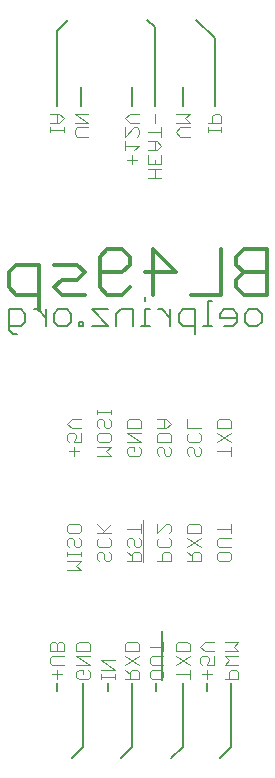
<source format=gbr>
G04 EAGLE Gerber RS-274X export*
G75*
%MOMM*%
%FSLAX34Y34*%
%LPD*%
%INSilkscreen Bottom*%
%IPPOS*%
%AMOC8*
5,1,8,0,0,1.08239X$1,22.5*%
G01*
%ADD10C,0.330200*%
%ADD11C,0.101600*%
%ADD12C,0.177800*%
%ADD13C,0.127000*%
%ADD14C,0.203200*%


D10*
X237945Y420751D02*
X237945Y459392D01*
X218624Y459392D01*
X212184Y452952D01*
X212184Y446512D01*
X218624Y440072D01*
X212184Y433631D01*
X212184Y427191D01*
X218624Y420751D01*
X237945Y420751D01*
X237945Y440072D02*
X218624Y440072D01*
X199354Y459392D02*
X199354Y420751D01*
X173594Y420751D01*
X141444Y420751D02*
X141444Y459392D01*
X160764Y440072D01*
X135004Y440072D01*
X122174Y427191D02*
X115734Y420751D01*
X102854Y420751D01*
X96413Y427191D01*
X96413Y452952D01*
X102854Y459392D01*
X115734Y459392D01*
X122174Y452952D01*
X122174Y446512D01*
X115734Y440072D01*
X96413Y440072D01*
X83584Y420751D02*
X64263Y420751D01*
X57823Y427191D01*
X64263Y433631D01*
X77144Y433631D01*
X83584Y440072D01*
X77144Y446512D01*
X57823Y446512D01*
X44994Y446512D02*
X44994Y407871D01*
X44994Y446512D02*
X25673Y446512D01*
X19233Y440072D01*
X19233Y427191D01*
X25673Y420751D01*
X44994Y420751D01*
D11*
X54483Y558868D02*
X54483Y562766D01*
X54483Y560817D02*
X66177Y560817D01*
X66177Y558868D02*
X66177Y562766D01*
X62279Y566664D02*
X54483Y566664D01*
X62279Y566664D02*
X66177Y570562D01*
X62279Y574460D01*
X54483Y574460D01*
X60330Y574460D02*
X60330Y566664D01*
X123830Y539378D02*
X123830Y531582D01*
X127728Y535480D02*
X119932Y535480D01*
X125779Y543276D02*
X129677Y547174D01*
X117983Y547174D01*
X117983Y543276D02*
X117983Y551072D01*
X117983Y554970D02*
X117983Y562766D01*
X117983Y554970D02*
X125779Y562766D01*
X127728Y562766D01*
X129677Y560817D01*
X129677Y556919D01*
X127728Y554970D01*
X129677Y566664D02*
X121881Y566664D01*
X117983Y570562D01*
X121881Y574460D01*
X129677Y574460D01*
X187833Y562766D02*
X187833Y558868D01*
X187833Y560817D02*
X199527Y560817D01*
X199527Y558868D02*
X199527Y562766D01*
X199527Y566664D02*
X187833Y566664D01*
X199527Y566664D02*
X199527Y572511D01*
X197578Y574460D01*
X193680Y574460D01*
X191731Y572511D01*
X191731Y566664D01*
X86814Y554970D02*
X77069Y554970D01*
X75121Y556919D01*
X75121Y560817D01*
X77069Y562766D01*
X86814Y562766D01*
X86814Y566664D02*
X75121Y566664D01*
X75121Y574460D02*
X86814Y566664D01*
X86814Y574460D02*
X75121Y574460D01*
X137033Y519888D02*
X148727Y519888D01*
X142880Y519888D02*
X142880Y527684D01*
X148727Y527684D02*
X137033Y527684D01*
X148727Y531582D02*
X148727Y539378D01*
X148727Y531582D02*
X137033Y531582D01*
X137033Y539378D01*
X142880Y535480D02*
X142880Y531582D01*
X144829Y543276D02*
X137033Y543276D01*
X144829Y543276D02*
X148727Y547174D01*
X144829Y551072D01*
X137033Y551072D01*
X142880Y551072D02*
X142880Y543276D01*
X137033Y558868D02*
X148727Y558868D01*
X148727Y554970D02*
X148727Y562766D01*
X142880Y566664D02*
X142880Y574460D01*
X164743Y554970D02*
X172539Y554970D01*
X164743Y554970D02*
X160846Y558868D01*
X164743Y562766D01*
X172539Y562766D01*
X172539Y566664D02*
X160846Y566664D01*
X168641Y570562D02*
X172539Y566664D01*
X168641Y570562D02*
X172539Y574460D01*
X160846Y574460D01*
D12*
X222894Y394589D02*
X229928Y394589D01*
X222894Y394589D02*
X219378Y398106D01*
X219378Y405139D01*
X222894Y408656D01*
X229928Y408656D01*
X233444Y405139D01*
X233444Y398106D01*
X229928Y394589D01*
X208878Y394589D02*
X201845Y394589D01*
X208878Y394589D02*
X212395Y398106D01*
X212395Y405139D01*
X208878Y408656D01*
X201845Y408656D01*
X198328Y405139D01*
X198328Y401622D01*
X212395Y401622D01*
X191346Y415689D02*
X187829Y415689D01*
X187829Y394589D01*
X184313Y394589D02*
X191346Y394589D01*
X177313Y387556D02*
X177313Y408656D01*
X166763Y408656D01*
X163246Y405139D01*
X163246Y398106D01*
X166763Y394589D01*
X177313Y394589D01*
X156264Y394589D02*
X156264Y408656D01*
X149231Y408656D02*
X156264Y401622D01*
X149231Y408656D02*
X145714Y408656D01*
X138723Y408656D02*
X135206Y408656D01*
X135206Y394589D01*
X131690Y394589D02*
X138723Y394589D01*
X135206Y415689D02*
X135206Y419206D01*
X124690Y408656D02*
X124690Y394589D01*
X124690Y408656D02*
X114140Y408656D01*
X110623Y405139D01*
X110623Y394589D01*
X103641Y408656D02*
X89574Y408656D01*
X103641Y394589D01*
X89574Y394589D01*
X82592Y394589D02*
X82592Y398106D01*
X79075Y398106D01*
X79075Y394589D01*
X82592Y394589D01*
X68551Y394589D02*
X61517Y394589D01*
X58001Y398106D01*
X58001Y405139D01*
X61517Y408656D01*
X68551Y408656D01*
X72067Y405139D01*
X72067Y398106D01*
X68551Y394589D01*
X51018Y394589D02*
X51018Y408656D01*
X43985Y408656D02*
X51018Y401622D01*
X43985Y408656D02*
X40468Y408656D01*
X26444Y387556D02*
X22927Y387556D01*
X19410Y391072D01*
X19410Y408656D01*
X29960Y408656D01*
X33477Y405139D01*
X33477Y398106D01*
X29960Y394589D01*
X19410Y394589D01*
D11*
X160846Y99656D02*
X172539Y99656D01*
X172539Y95758D02*
X172539Y103554D01*
X172539Y107452D02*
X160846Y115248D01*
X160846Y107452D02*
X172539Y115248D01*
X172539Y119146D02*
X160846Y119146D01*
X160846Y124993D01*
X162794Y126942D01*
X170590Y126942D01*
X172539Y124993D01*
X172539Y119146D01*
X129677Y95758D02*
X117983Y95758D01*
X129677Y95758D02*
X129677Y101605D01*
X127728Y103554D01*
X123830Y103554D01*
X121881Y101605D01*
X121881Y95758D01*
X121881Y99656D02*
X117983Y103554D01*
X117983Y115248D02*
X129677Y107452D01*
X129677Y115248D02*
X117983Y107452D01*
X117983Y119146D02*
X129677Y119146D01*
X117983Y119146D02*
X117983Y124993D01*
X119932Y126942D01*
X127728Y126942D01*
X129677Y124993D01*
X129677Y119146D01*
X88402Y101605D02*
X86453Y103554D01*
X88402Y101605D02*
X88402Y97707D01*
X86453Y95758D01*
X78657Y95758D01*
X76708Y97707D01*
X76708Y101605D01*
X78657Y103554D01*
X82555Y103554D01*
X82555Y99656D01*
X76708Y107452D02*
X88402Y107452D01*
X76708Y115248D01*
X88402Y115248D01*
X88402Y119146D02*
X76708Y119146D01*
X76708Y124993D01*
X78657Y126942D01*
X86453Y126942D01*
X88402Y124993D01*
X88402Y119146D01*
X150314Y101605D02*
X150314Y97707D01*
X148365Y95758D01*
X140569Y95758D01*
X138621Y97707D01*
X138621Y101605D01*
X140569Y103554D01*
X148365Y103554D01*
X150314Y101605D01*
X150314Y107452D02*
X140569Y107452D01*
X138621Y109401D01*
X138621Y113299D01*
X140569Y115248D01*
X150314Y115248D01*
X150314Y123044D02*
X138621Y123044D01*
X150314Y119146D02*
X150314Y126942D01*
X97346Y99656D02*
X97346Y95758D01*
X97346Y97707D02*
X109039Y97707D01*
X109039Y95758D02*
X109039Y99656D01*
X109039Y103554D02*
X97346Y103554D01*
X97346Y111350D02*
X109039Y103554D01*
X109039Y111350D02*
X97346Y111350D01*
X60330Y103554D02*
X60330Y95758D01*
X64228Y99656D02*
X56432Y99656D01*
X56432Y107452D02*
X66177Y107452D01*
X56432Y107452D02*
X54483Y109401D01*
X54483Y113299D01*
X56432Y115248D01*
X66177Y115248D01*
X66177Y119146D02*
X54483Y119146D01*
X66177Y119146D02*
X66177Y124993D01*
X64228Y126942D01*
X62279Y126942D01*
X60330Y124993D01*
X58381Y126942D01*
X56432Y126942D01*
X54483Y124993D01*
X54483Y119146D01*
X60330Y119146D02*
X60330Y124993D01*
D13*
X149225Y136525D02*
X149225Y95250D01*
D11*
X187330Y95758D02*
X187330Y103554D01*
X191228Y99656D02*
X183432Y99656D01*
X193177Y107452D02*
X193177Y115248D01*
X193177Y107452D02*
X187330Y107452D01*
X189279Y111350D01*
X189279Y113299D01*
X187330Y115248D01*
X183432Y115248D01*
X181483Y113299D01*
X181483Y109401D01*
X183432Y107452D01*
X185381Y119146D02*
X193177Y119146D01*
X185381Y119146D02*
X181483Y123044D01*
X185381Y126942D01*
X193177Y126942D01*
D14*
X82550Y92075D02*
X82550Y38100D01*
X73025Y28575D01*
X60325Y85725D02*
X60325Y92075D01*
X103188Y92075D02*
X103188Y85725D01*
X123825Y92075D02*
X123825Y38100D01*
X114300Y28575D01*
X144463Y85725D02*
X144463Y92075D01*
X166688Y92075D02*
X166688Y38100D01*
X157163Y28575D01*
X187325Y85725D02*
X187325Y92075D01*
X60325Y581025D02*
X60325Y644525D01*
X69850Y654050D01*
X123825Y596900D02*
X123825Y581025D01*
X142875Y581025D02*
X142875Y647700D01*
X136525Y654050D01*
X193675Y638175D02*
X193675Y581025D01*
X193675Y638175D02*
X177800Y654050D01*
X80963Y596900D02*
X80963Y581025D01*
X166688Y581025D02*
X166688Y596900D01*
D11*
X202121Y95758D02*
X213814Y95758D01*
X213814Y101605D01*
X211865Y103554D01*
X207967Y103554D01*
X206018Y101605D01*
X206018Y95758D01*
X202121Y107452D02*
X213814Y107452D01*
X206018Y111350D02*
X202121Y107452D01*
X206018Y111350D02*
X202121Y115248D01*
X213814Y115248D01*
X213814Y119146D02*
X202121Y119146D01*
X209916Y123044D02*
X213814Y119146D01*
X209916Y123044D02*
X213814Y126942D01*
X202121Y126942D01*
D14*
X207963Y38100D02*
X198438Y28575D01*
X207963Y38100D02*
X207963Y92075D01*
D11*
X80464Y187818D02*
X68771Y187818D01*
X76566Y191716D02*
X80464Y187818D01*
X76566Y191716D02*
X80464Y195614D01*
X68771Y195614D01*
X68771Y199512D02*
X68771Y203409D01*
X68771Y201460D02*
X80464Y201460D01*
X80464Y199512D02*
X80464Y203409D01*
X80464Y213154D02*
X78515Y215103D01*
X80464Y213154D02*
X80464Y209256D01*
X78515Y207307D01*
X76566Y207307D01*
X74617Y209256D01*
X74617Y213154D01*
X72668Y215103D01*
X70719Y215103D01*
X68771Y213154D01*
X68771Y209256D01*
X70719Y207307D01*
X80464Y220950D02*
X80464Y224848D01*
X80464Y220950D02*
X78515Y219001D01*
X70719Y219001D01*
X68771Y220950D01*
X68771Y224848D01*
X70719Y226797D01*
X78515Y226797D01*
X80464Y224848D01*
X103915Y203410D02*
X105864Y201461D01*
X105864Y197563D01*
X103915Y195614D01*
X101966Y195614D01*
X100017Y197563D01*
X100017Y201461D01*
X98068Y203410D01*
X96119Y203410D01*
X94171Y201461D01*
X94171Y197563D01*
X96119Y195614D01*
X105864Y213154D02*
X103915Y215103D01*
X105864Y213154D02*
X105864Y209256D01*
X103915Y207308D01*
X96119Y207308D01*
X94171Y209256D01*
X94171Y213154D01*
X96119Y215103D01*
X94171Y219001D02*
X105864Y219001D01*
X98068Y219001D02*
X105864Y226797D01*
X100017Y220950D02*
X94171Y226797D01*
X133287Y230188D02*
X133287Y195106D01*
X131264Y195614D02*
X119571Y195614D01*
X131264Y195614D02*
X131264Y201461D01*
X129315Y203410D01*
X125417Y203410D01*
X123468Y201461D01*
X123468Y195614D01*
X123468Y199512D02*
X119571Y203410D01*
X129315Y215103D02*
X131264Y213154D01*
X131264Y209256D01*
X129315Y207308D01*
X127366Y207308D01*
X125417Y209256D01*
X125417Y213154D01*
X123468Y215103D01*
X121519Y215103D01*
X119571Y213154D01*
X119571Y209256D01*
X121519Y207308D01*
X119571Y222899D02*
X131264Y222899D01*
X131264Y219001D02*
X131264Y226797D01*
X144971Y195614D02*
X156664Y195614D01*
X156664Y201461D01*
X154715Y203410D01*
X150817Y203410D01*
X148868Y201461D01*
X148868Y195614D01*
X156664Y213154D02*
X154715Y215103D01*
X156664Y213154D02*
X156664Y209256D01*
X154715Y207308D01*
X146919Y207308D01*
X144971Y209256D01*
X144971Y213154D01*
X146919Y215103D01*
X144971Y219001D02*
X144971Y226797D01*
X152766Y226797D02*
X144971Y219001D01*
X152766Y226797D02*
X154715Y226797D01*
X156664Y224848D01*
X156664Y220950D01*
X154715Y219001D01*
X170371Y195614D02*
X182064Y195614D01*
X182064Y201461D01*
X180115Y203410D01*
X176217Y203410D01*
X174268Y201461D01*
X174268Y195614D01*
X174268Y199512D02*
X170371Y203410D01*
X170371Y215103D02*
X182064Y207308D01*
X182064Y215103D02*
X170371Y207308D01*
X170371Y219001D02*
X182064Y219001D01*
X170371Y219001D02*
X170371Y224848D01*
X172319Y226797D01*
X180115Y226797D01*
X182064Y224848D01*
X182064Y219001D01*
X207464Y201461D02*
X207464Y197563D01*
X205515Y195614D01*
X197719Y195614D01*
X195771Y197563D01*
X195771Y201461D01*
X197719Y203410D01*
X205515Y203410D01*
X207464Y201461D01*
X207464Y207308D02*
X197719Y207308D01*
X195771Y209256D01*
X195771Y213154D01*
X197719Y215103D01*
X207464Y215103D01*
X207464Y222899D02*
X195771Y222899D01*
X207464Y219001D02*
X207464Y226797D01*
X74617Y284671D02*
X74617Y292466D01*
X78515Y288568D02*
X70719Y288568D01*
X80464Y296364D02*
X80464Y304160D01*
X80464Y296364D02*
X74617Y296364D01*
X76566Y300262D01*
X76566Y302211D01*
X74617Y304160D01*
X70719Y304160D01*
X68771Y302211D01*
X68771Y298313D01*
X70719Y296364D01*
X72668Y308058D02*
X80464Y308058D01*
X72668Y308058D02*
X68771Y311956D01*
X72668Y315854D01*
X80464Y315854D01*
X94171Y284671D02*
X105864Y284671D01*
X101966Y288568D01*
X105864Y292466D01*
X94171Y292466D01*
X105864Y298313D02*
X105864Y302211D01*
X105864Y298313D02*
X103915Y296364D01*
X96119Y296364D01*
X94171Y298313D01*
X94171Y302211D01*
X96119Y304160D01*
X103915Y304160D01*
X105864Y302211D01*
X105864Y313905D02*
X103915Y315854D01*
X105864Y313905D02*
X105864Y310007D01*
X103915Y308058D01*
X101966Y308058D01*
X100017Y310007D01*
X100017Y313905D01*
X98068Y315854D01*
X96119Y315854D01*
X94171Y313905D01*
X94171Y310007D01*
X96119Y308058D01*
X94171Y319752D02*
X94171Y323650D01*
X94171Y321701D02*
X105864Y321701D01*
X105864Y319752D02*
X105864Y323650D01*
X129315Y292466D02*
X131264Y290517D01*
X131264Y286619D01*
X129315Y284671D01*
X121519Y284671D01*
X119571Y286619D01*
X119571Y290517D01*
X121519Y292466D01*
X125417Y292466D01*
X125417Y288568D01*
X119571Y296364D02*
X131264Y296364D01*
X119571Y304160D01*
X131264Y304160D01*
X131264Y308058D02*
X119571Y308058D01*
X119571Y313905D01*
X121519Y315854D01*
X129315Y315854D01*
X131264Y313905D01*
X131264Y308058D01*
X154715Y292466D02*
X156664Y290517D01*
X156664Y286619D01*
X154715Y284671D01*
X152766Y284671D01*
X150817Y286619D01*
X150817Y290517D01*
X148868Y292466D01*
X146919Y292466D01*
X144971Y290517D01*
X144971Y286619D01*
X146919Y284671D01*
X144971Y296364D02*
X156664Y296364D01*
X144971Y296364D02*
X144971Y302211D01*
X146919Y304160D01*
X154715Y304160D01*
X156664Y302211D01*
X156664Y296364D01*
X152766Y308058D02*
X144971Y308058D01*
X152766Y308058D02*
X156664Y311956D01*
X152766Y315854D01*
X144971Y315854D01*
X150817Y315854D02*
X150817Y308058D01*
X180115Y292466D02*
X182064Y290517D01*
X182064Y286619D01*
X180115Y284671D01*
X178166Y284671D01*
X176217Y286619D01*
X176217Y290517D01*
X174268Y292466D01*
X172319Y292466D01*
X170371Y290517D01*
X170371Y286619D01*
X172319Y284671D01*
X182064Y302211D02*
X180115Y304160D01*
X182064Y302211D02*
X182064Y298313D01*
X180115Y296364D01*
X172319Y296364D01*
X170371Y298313D01*
X170371Y302211D01*
X172319Y304160D01*
X170371Y308058D02*
X182064Y308058D01*
X170371Y308058D02*
X170371Y315854D01*
X195771Y288568D02*
X207464Y288568D01*
X207464Y284671D02*
X207464Y292466D01*
X207464Y296364D02*
X195771Y304160D01*
X195771Y296364D02*
X207464Y304160D01*
X207464Y308058D02*
X195771Y308058D01*
X195771Y313905D01*
X197719Y315854D01*
X205515Y315854D01*
X207464Y313905D01*
X207464Y308058D01*
M02*

</source>
